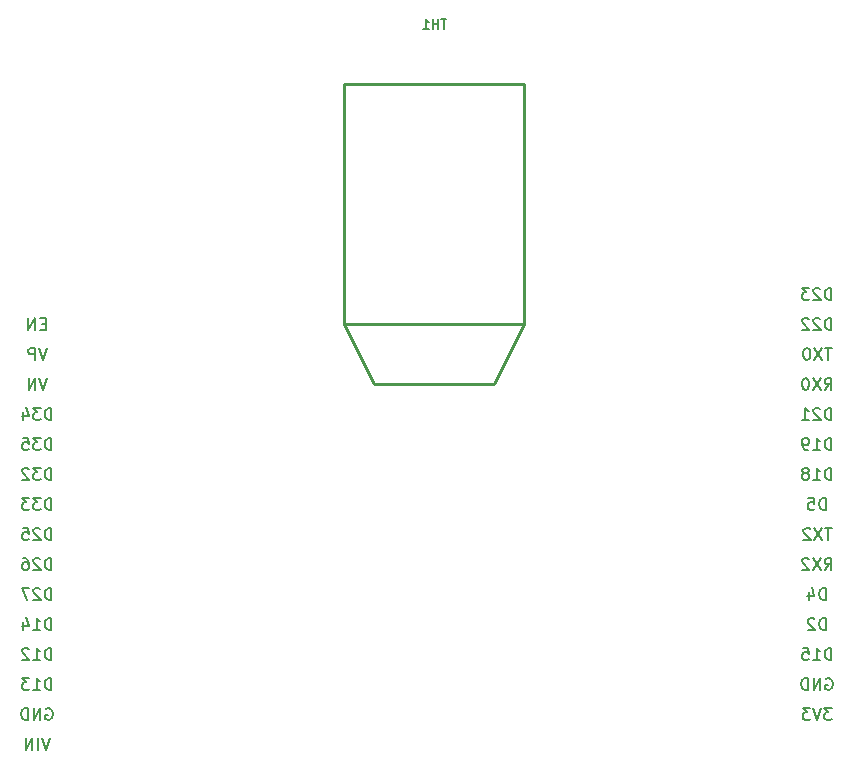
<source format=gbo>
G04 #@! TF.GenerationSoftware,KiCad,Pcbnew,(6.0.11-0)*
G04 #@! TF.CreationDate,2023-03-27T16:27:17-06:00*
G04 #@! TF.ProjectId,ESP_PCB,4553505f-5043-4422-9e6b-696361645f70,rev?*
G04 #@! TF.SameCoordinates,Original*
G04 #@! TF.FileFunction,Legend,Bot*
G04 #@! TF.FilePolarity,Positive*
%FSLAX46Y46*%
G04 Gerber Fmt 4.6, Leading zero omitted, Abs format (unit mm)*
G04 Created by KiCad (PCBNEW (6.0.11-0)) date 2023-03-27 16:27:17*
%MOMM*%
%LPD*%
G01*
G04 APERTURE LIST*
%ADD10C,0.150000*%
%ADD11C,0.254000*%
%ADD12C,3.230000*%
%ADD13R,1.700000X1.700000*%
%ADD14O,1.700000X1.700000*%
%ADD15C,2.500000*%
%ADD16C,1.400000*%
%ADD17O,1.400000X1.400000*%
%ADD18C,3.200000*%
%ADD19R,1.524000X1.524000*%
%ADD20C,1.524000*%
%ADD21C,3.000000*%
%ADD22O,1.308000X2.616000*%
G04 APERTURE END LIST*
D10*
X64714285Y-91892380D02*
X64714285Y-90892380D01*
X64476190Y-90892380D01*
X64333333Y-90940000D01*
X64238095Y-91035238D01*
X64190476Y-91130476D01*
X64142857Y-91320952D01*
X64142857Y-91463809D01*
X64190476Y-91654285D01*
X64238095Y-91749523D01*
X64333333Y-91844761D01*
X64476190Y-91892380D01*
X64714285Y-91892380D01*
X63761904Y-90987619D02*
X63714285Y-90940000D01*
X63619047Y-90892380D01*
X63380952Y-90892380D01*
X63285714Y-90940000D01*
X63238095Y-90987619D01*
X63190476Y-91082857D01*
X63190476Y-91178095D01*
X63238095Y-91320952D01*
X63809523Y-91892380D01*
X63190476Y-91892380D01*
X62333333Y-90892380D02*
X62523809Y-90892380D01*
X62619047Y-90940000D01*
X62666666Y-90987619D01*
X62761904Y-91130476D01*
X62809523Y-91320952D01*
X62809523Y-91701904D01*
X62761904Y-91797142D01*
X62714285Y-91844761D01*
X62619047Y-91892380D01*
X62428571Y-91892380D01*
X62333333Y-91844761D01*
X62285714Y-91797142D01*
X62238095Y-91701904D01*
X62238095Y-91463809D01*
X62285714Y-91368571D01*
X62333333Y-91320952D01*
X62428571Y-91273333D01*
X62619047Y-91273333D01*
X62714285Y-91320952D01*
X62761904Y-91368571D01*
X62809523Y-91463809D01*
X130754285Y-84272380D02*
X130754285Y-83272380D01*
X130516190Y-83272380D01*
X130373333Y-83320000D01*
X130278095Y-83415238D01*
X130230476Y-83510476D01*
X130182857Y-83700952D01*
X130182857Y-83843809D01*
X130230476Y-84034285D01*
X130278095Y-84129523D01*
X130373333Y-84224761D01*
X130516190Y-84272380D01*
X130754285Y-84272380D01*
X129230476Y-84272380D02*
X129801904Y-84272380D01*
X129516190Y-84272380D02*
X129516190Y-83272380D01*
X129611428Y-83415238D01*
X129706666Y-83510476D01*
X129801904Y-83558095D01*
X128659047Y-83700952D02*
X128754285Y-83653333D01*
X128801904Y-83605714D01*
X128849523Y-83510476D01*
X128849523Y-83462857D01*
X128801904Y-83367619D01*
X128754285Y-83320000D01*
X128659047Y-83272380D01*
X128468571Y-83272380D01*
X128373333Y-83320000D01*
X128325714Y-83367619D01*
X128278095Y-83462857D01*
X128278095Y-83510476D01*
X128325714Y-83605714D01*
X128373333Y-83653333D01*
X128468571Y-83700952D01*
X128659047Y-83700952D01*
X128754285Y-83748571D01*
X128801904Y-83796190D01*
X128849523Y-83891428D01*
X128849523Y-84081904D01*
X128801904Y-84177142D01*
X128754285Y-84224761D01*
X128659047Y-84272380D01*
X128468571Y-84272380D01*
X128373333Y-84224761D01*
X128325714Y-84177142D01*
X128278095Y-84081904D01*
X128278095Y-83891428D01*
X128325714Y-83796190D01*
X128373333Y-83748571D01*
X128468571Y-83700952D01*
X130754285Y-81732380D02*
X130754285Y-80732380D01*
X130516190Y-80732380D01*
X130373333Y-80780000D01*
X130278095Y-80875238D01*
X130230476Y-80970476D01*
X130182857Y-81160952D01*
X130182857Y-81303809D01*
X130230476Y-81494285D01*
X130278095Y-81589523D01*
X130373333Y-81684761D01*
X130516190Y-81732380D01*
X130754285Y-81732380D01*
X129230476Y-81732380D02*
X129801904Y-81732380D01*
X129516190Y-81732380D02*
X129516190Y-80732380D01*
X129611428Y-80875238D01*
X129706666Y-80970476D01*
X129801904Y-81018095D01*
X128754285Y-81732380D02*
X128563809Y-81732380D01*
X128468571Y-81684761D01*
X128420952Y-81637142D01*
X128325714Y-81494285D01*
X128278095Y-81303809D01*
X128278095Y-80922857D01*
X128325714Y-80827619D01*
X128373333Y-80780000D01*
X128468571Y-80732380D01*
X128659047Y-80732380D01*
X128754285Y-80780000D01*
X128801904Y-80827619D01*
X128849523Y-80922857D01*
X128849523Y-81160952D01*
X128801904Y-81256190D01*
X128754285Y-81303809D01*
X128659047Y-81351428D01*
X128468571Y-81351428D01*
X128373333Y-81303809D01*
X128325714Y-81256190D01*
X128278095Y-81160952D01*
X64238095Y-71048571D02*
X63904761Y-71048571D01*
X63761904Y-71572380D02*
X64238095Y-71572380D01*
X64238095Y-70572380D01*
X63761904Y-70572380D01*
X63333333Y-71572380D02*
X63333333Y-70572380D01*
X62761904Y-71572380D01*
X62761904Y-70572380D01*
X64714285Y-102052380D02*
X64714285Y-101052380D01*
X64476190Y-101052380D01*
X64333333Y-101100000D01*
X64238095Y-101195238D01*
X64190476Y-101290476D01*
X64142857Y-101480952D01*
X64142857Y-101623809D01*
X64190476Y-101814285D01*
X64238095Y-101909523D01*
X64333333Y-102004761D01*
X64476190Y-102052380D01*
X64714285Y-102052380D01*
X63190476Y-102052380D02*
X63761904Y-102052380D01*
X63476190Y-102052380D02*
X63476190Y-101052380D01*
X63571428Y-101195238D01*
X63666666Y-101290476D01*
X63761904Y-101338095D01*
X62857142Y-101052380D02*
X62238095Y-101052380D01*
X62571428Y-101433333D01*
X62428571Y-101433333D01*
X62333333Y-101480952D01*
X62285714Y-101528571D01*
X62238095Y-101623809D01*
X62238095Y-101861904D01*
X62285714Y-101957142D01*
X62333333Y-102004761D01*
X62428571Y-102052380D01*
X62714285Y-102052380D01*
X62809523Y-102004761D01*
X62857142Y-101957142D01*
X64261904Y-103640000D02*
X64357142Y-103592380D01*
X64500000Y-103592380D01*
X64642857Y-103640000D01*
X64738095Y-103735238D01*
X64785714Y-103830476D01*
X64833333Y-104020952D01*
X64833333Y-104163809D01*
X64785714Y-104354285D01*
X64738095Y-104449523D01*
X64642857Y-104544761D01*
X64500000Y-104592380D01*
X64404761Y-104592380D01*
X64261904Y-104544761D01*
X64214285Y-104497142D01*
X64214285Y-104163809D01*
X64404761Y-104163809D01*
X63785714Y-104592380D02*
X63785714Y-103592380D01*
X63214285Y-104592380D01*
X63214285Y-103592380D01*
X62738095Y-104592380D02*
X62738095Y-103592380D01*
X62500000Y-103592380D01*
X62357142Y-103640000D01*
X62261904Y-103735238D01*
X62214285Y-103830476D01*
X62166666Y-104020952D01*
X62166666Y-104163809D01*
X62214285Y-104354285D01*
X62261904Y-104449523D01*
X62357142Y-104544761D01*
X62500000Y-104592380D01*
X62738095Y-104592380D01*
X64714285Y-96972380D02*
X64714285Y-95972380D01*
X64476190Y-95972380D01*
X64333333Y-96020000D01*
X64238095Y-96115238D01*
X64190476Y-96210476D01*
X64142857Y-96400952D01*
X64142857Y-96543809D01*
X64190476Y-96734285D01*
X64238095Y-96829523D01*
X64333333Y-96924761D01*
X64476190Y-96972380D01*
X64714285Y-96972380D01*
X63190476Y-96972380D02*
X63761904Y-96972380D01*
X63476190Y-96972380D02*
X63476190Y-95972380D01*
X63571428Y-96115238D01*
X63666666Y-96210476D01*
X63761904Y-96258095D01*
X62333333Y-96305714D02*
X62333333Y-96972380D01*
X62571428Y-95924761D02*
X62809523Y-96639047D01*
X62190476Y-96639047D01*
X130754285Y-79192380D02*
X130754285Y-78192380D01*
X130516190Y-78192380D01*
X130373333Y-78240000D01*
X130278095Y-78335238D01*
X130230476Y-78430476D01*
X130182857Y-78620952D01*
X130182857Y-78763809D01*
X130230476Y-78954285D01*
X130278095Y-79049523D01*
X130373333Y-79144761D01*
X130516190Y-79192380D01*
X130754285Y-79192380D01*
X129801904Y-78287619D02*
X129754285Y-78240000D01*
X129659047Y-78192380D01*
X129420952Y-78192380D01*
X129325714Y-78240000D01*
X129278095Y-78287619D01*
X129230476Y-78382857D01*
X129230476Y-78478095D01*
X129278095Y-78620952D01*
X129849523Y-79192380D01*
X129230476Y-79192380D01*
X128278095Y-79192380D02*
X128849523Y-79192380D01*
X128563809Y-79192380D02*
X128563809Y-78192380D01*
X128659047Y-78335238D01*
X128754285Y-78430476D01*
X128849523Y-78478095D01*
X130278095Y-96972380D02*
X130278095Y-95972380D01*
X130040000Y-95972380D01*
X129897142Y-96020000D01*
X129801904Y-96115238D01*
X129754285Y-96210476D01*
X129706666Y-96400952D01*
X129706666Y-96543809D01*
X129754285Y-96734285D01*
X129801904Y-96829523D01*
X129897142Y-96924761D01*
X130040000Y-96972380D01*
X130278095Y-96972380D01*
X129325714Y-96067619D02*
X129278095Y-96020000D01*
X129182857Y-95972380D01*
X128944761Y-95972380D01*
X128849523Y-96020000D01*
X128801904Y-96067619D01*
X128754285Y-96162857D01*
X128754285Y-96258095D01*
X128801904Y-96400952D01*
X129373333Y-96972380D01*
X128754285Y-96972380D01*
X64714285Y-86812380D02*
X64714285Y-85812380D01*
X64476190Y-85812380D01*
X64333333Y-85860000D01*
X64238095Y-85955238D01*
X64190476Y-86050476D01*
X64142857Y-86240952D01*
X64142857Y-86383809D01*
X64190476Y-86574285D01*
X64238095Y-86669523D01*
X64333333Y-86764761D01*
X64476190Y-86812380D01*
X64714285Y-86812380D01*
X63809523Y-85812380D02*
X63190476Y-85812380D01*
X63523809Y-86193333D01*
X63380952Y-86193333D01*
X63285714Y-86240952D01*
X63238095Y-86288571D01*
X63190476Y-86383809D01*
X63190476Y-86621904D01*
X63238095Y-86717142D01*
X63285714Y-86764761D01*
X63380952Y-86812380D01*
X63666666Y-86812380D01*
X63761904Y-86764761D01*
X63809523Y-86717142D01*
X62857142Y-85812380D02*
X62238095Y-85812380D01*
X62571428Y-86193333D01*
X62428571Y-86193333D01*
X62333333Y-86240952D01*
X62285714Y-86288571D01*
X62238095Y-86383809D01*
X62238095Y-86621904D01*
X62285714Y-86717142D01*
X62333333Y-86764761D01*
X62428571Y-86812380D01*
X62714285Y-86812380D01*
X62809523Y-86764761D01*
X62857142Y-86717142D01*
X130278095Y-86812380D02*
X130278095Y-85812380D01*
X130040000Y-85812380D01*
X129897142Y-85860000D01*
X129801904Y-85955238D01*
X129754285Y-86050476D01*
X129706666Y-86240952D01*
X129706666Y-86383809D01*
X129754285Y-86574285D01*
X129801904Y-86669523D01*
X129897142Y-86764761D01*
X130040000Y-86812380D01*
X130278095Y-86812380D01*
X128801904Y-85812380D02*
X129278095Y-85812380D01*
X129325714Y-86288571D01*
X129278095Y-86240952D01*
X129182857Y-86193333D01*
X128944761Y-86193333D01*
X128849523Y-86240952D01*
X128801904Y-86288571D01*
X128754285Y-86383809D01*
X128754285Y-86621904D01*
X128801904Y-86717142D01*
X128849523Y-86764761D01*
X128944761Y-86812380D01*
X129182857Y-86812380D01*
X129278095Y-86764761D01*
X129325714Y-86717142D01*
X64714285Y-94432380D02*
X64714285Y-93432380D01*
X64476190Y-93432380D01*
X64333333Y-93480000D01*
X64238095Y-93575238D01*
X64190476Y-93670476D01*
X64142857Y-93860952D01*
X64142857Y-94003809D01*
X64190476Y-94194285D01*
X64238095Y-94289523D01*
X64333333Y-94384761D01*
X64476190Y-94432380D01*
X64714285Y-94432380D01*
X63761904Y-93527619D02*
X63714285Y-93480000D01*
X63619047Y-93432380D01*
X63380952Y-93432380D01*
X63285714Y-93480000D01*
X63238095Y-93527619D01*
X63190476Y-93622857D01*
X63190476Y-93718095D01*
X63238095Y-93860952D01*
X63809523Y-94432380D01*
X63190476Y-94432380D01*
X62857142Y-93432380D02*
X62190476Y-93432380D01*
X62619047Y-94432380D01*
X130754285Y-71572380D02*
X130754285Y-70572380D01*
X130516190Y-70572380D01*
X130373333Y-70620000D01*
X130278095Y-70715238D01*
X130230476Y-70810476D01*
X130182857Y-71000952D01*
X130182857Y-71143809D01*
X130230476Y-71334285D01*
X130278095Y-71429523D01*
X130373333Y-71524761D01*
X130516190Y-71572380D01*
X130754285Y-71572380D01*
X129801904Y-70667619D02*
X129754285Y-70620000D01*
X129659047Y-70572380D01*
X129420952Y-70572380D01*
X129325714Y-70620000D01*
X129278095Y-70667619D01*
X129230476Y-70762857D01*
X129230476Y-70858095D01*
X129278095Y-71000952D01*
X129849523Y-71572380D01*
X129230476Y-71572380D01*
X128849523Y-70667619D02*
X128801904Y-70620000D01*
X128706666Y-70572380D01*
X128468571Y-70572380D01*
X128373333Y-70620000D01*
X128325714Y-70667619D01*
X128278095Y-70762857D01*
X128278095Y-70858095D01*
X128325714Y-71000952D01*
X128897142Y-71572380D01*
X128278095Y-71572380D01*
X130754285Y-99512380D02*
X130754285Y-98512380D01*
X130516190Y-98512380D01*
X130373333Y-98560000D01*
X130278095Y-98655238D01*
X130230476Y-98750476D01*
X130182857Y-98940952D01*
X130182857Y-99083809D01*
X130230476Y-99274285D01*
X130278095Y-99369523D01*
X130373333Y-99464761D01*
X130516190Y-99512380D01*
X130754285Y-99512380D01*
X129230476Y-99512380D02*
X129801904Y-99512380D01*
X129516190Y-99512380D02*
X129516190Y-98512380D01*
X129611428Y-98655238D01*
X129706666Y-98750476D01*
X129801904Y-98798095D01*
X128325714Y-98512380D02*
X128801904Y-98512380D01*
X128849523Y-98988571D01*
X128801904Y-98940952D01*
X128706666Y-98893333D01*
X128468571Y-98893333D01*
X128373333Y-98940952D01*
X128325714Y-98988571D01*
X128278095Y-99083809D01*
X128278095Y-99321904D01*
X128325714Y-99417142D01*
X128373333Y-99464761D01*
X128468571Y-99512380D01*
X128706666Y-99512380D01*
X128801904Y-99464761D01*
X128849523Y-99417142D01*
X64714285Y-81732380D02*
X64714285Y-80732380D01*
X64476190Y-80732380D01*
X64333333Y-80780000D01*
X64238095Y-80875238D01*
X64190476Y-80970476D01*
X64142857Y-81160952D01*
X64142857Y-81303809D01*
X64190476Y-81494285D01*
X64238095Y-81589523D01*
X64333333Y-81684761D01*
X64476190Y-81732380D01*
X64714285Y-81732380D01*
X63809523Y-80732380D02*
X63190476Y-80732380D01*
X63523809Y-81113333D01*
X63380952Y-81113333D01*
X63285714Y-81160952D01*
X63238095Y-81208571D01*
X63190476Y-81303809D01*
X63190476Y-81541904D01*
X63238095Y-81637142D01*
X63285714Y-81684761D01*
X63380952Y-81732380D01*
X63666666Y-81732380D01*
X63761904Y-81684761D01*
X63809523Y-81637142D01*
X62285714Y-80732380D02*
X62761904Y-80732380D01*
X62809523Y-81208571D01*
X62761904Y-81160952D01*
X62666666Y-81113333D01*
X62428571Y-81113333D01*
X62333333Y-81160952D01*
X62285714Y-81208571D01*
X62238095Y-81303809D01*
X62238095Y-81541904D01*
X62285714Y-81637142D01*
X62333333Y-81684761D01*
X62428571Y-81732380D01*
X62666666Y-81732380D01*
X62761904Y-81684761D01*
X62809523Y-81637142D01*
X64714285Y-84272380D02*
X64714285Y-83272380D01*
X64476190Y-83272380D01*
X64333333Y-83320000D01*
X64238095Y-83415238D01*
X64190476Y-83510476D01*
X64142857Y-83700952D01*
X64142857Y-83843809D01*
X64190476Y-84034285D01*
X64238095Y-84129523D01*
X64333333Y-84224761D01*
X64476190Y-84272380D01*
X64714285Y-84272380D01*
X63809523Y-83272380D02*
X63190476Y-83272380D01*
X63523809Y-83653333D01*
X63380952Y-83653333D01*
X63285714Y-83700952D01*
X63238095Y-83748571D01*
X63190476Y-83843809D01*
X63190476Y-84081904D01*
X63238095Y-84177142D01*
X63285714Y-84224761D01*
X63380952Y-84272380D01*
X63666666Y-84272380D01*
X63761904Y-84224761D01*
X63809523Y-84177142D01*
X62809523Y-83367619D02*
X62761904Y-83320000D01*
X62666666Y-83272380D01*
X62428571Y-83272380D01*
X62333333Y-83320000D01*
X62285714Y-83367619D01*
X62238095Y-83462857D01*
X62238095Y-83558095D01*
X62285714Y-83700952D01*
X62857142Y-84272380D01*
X62238095Y-84272380D01*
X130778095Y-103592380D02*
X130159047Y-103592380D01*
X130492380Y-103973333D01*
X130349523Y-103973333D01*
X130254285Y-104020952D01*
X130206666Y-104068571D01*
X130159047Y-104163809D01*
X130159047Y-104401904D01*
X130206666Y-104497142D01*
X130254285Y-104544761D01*
X130349523Y-104592380D01*
X130635238Y-104592380D01*
X130730476Y-104544761D01*
X130778095Y-104497142D01*
X129873333Y-103592380D02*
X129540000Y-104592380D01*
X129206666Y-103592380D01*
X128968571Y-103592380D02*
X128349523Y-103592380D01*
X128682857Y-103973333D01*
X128540000Y-103973333D01*
X128444761Y-104020952D01*
X128397142Y-104068571D01*
X128349523Y-104163809D01*
X128349523Y-104401904D01*
X128397142Y-104497142D01*
X128444761Y-104544761D01*
X128540000Y-104592380D01*
X128825714Y-104592380D01*
X128920952Y-104544761D01*
X128968571Y-104497142D01*
X64714285Y-79192380D02*
X64714285Y-78192380D01*
X64476190Y-78192380D01*
X64333333Y-78240000D01*
X64238095Y-78335238D01*
X64190476Y-78430476D01*
X64142857Y-78620952D01*
X64142857Y-78763809D01*
X64190476Y-78954285D01*
X64238095Y-79049523D01*
X64333333Y-79144761D01*
X64476190Y-79192380D01*
X64714285Y-79192380D01*
X63809523Y-78192380D02*
X63190476Y-78192380D01*
X63523809Y-78573333D01*
X63380952Y-78573333D01*
X63285714Y-78620952D01*
X63238095Y-78668571D01*
X63190476Y-78763809D01*
X63190476Y-79001904D01*
X63238095Y-79097142D01*
X63285714Y-79144761D01*
X63380952Y-79192380D01*
X63666666Y-79192380D01*
X63761904Y-79144761D01*
X63809523Y-79097142D01*
X62333333Y-78525714D02*
X62333333Y-79192380D01*
X62571428Y-78144761D02*
X62809523Y-78859047D01*
X62190476Y-78859047D01*
X130182857Y-76652380D02*
X130516190Y-76176190D01*
X130754285Y-76652380D02*
X130754285Y-75652380D01*
X130373333Y-75652380D01*
X130278095Y-75700000D01*
X130230476Y-75747619D01*
X130182857Y-75842857D01*
X130182857Y-75985714D01*
X130230476Y-76080952D01*
X130278095Y-76128571D01*
X130373333Y-76176190D01*
X130754285Y-76176190D01*
X129849523Y-75652380D02*
X129182857Y-76652380D01*
X129182857Y-75652380D02*
X129849523Y-76652380D01*
X128611428Y-75652380D02*
X128516190Y-75652380D01*
X128420952Y-75700000D01*
X128373333Y-75747619D01*
X128325714Y-75842857D01*
X128278095Y-76033333D01*
X128278095Y-76271428D01*
X128325714Y-76461904D01*
X128373333Y-76557142D01*
X128420952Y-76604761D01*
X128516190Y-76652380D01*
X128611428Y-76652380D01*
X128706666Y-76604761D01*
X128754285Y-76557142D01*
X128801904Y-76461904D01*
X128849523Y-76271428D01*
X128849523Y-76033333D01*
X128801904Y-75842857D01*
X128754285Y-75747619D01*
X128706666Y-75700000D01*
X128611428Y-75652380D01*
X64595238Y-106132380D02*
X64261904Y-107132380D01*
X63928571Y-106132380D01*
X63595238Y-107132380D02*
X63595238Y-106132380D01*
X63119047Y-107132380D02*
X63119047Y-106132380D01*
X62547619Y-107132380D01*
X62547619Y-106132380D01*
X64333333Y-73112380D02*
X64000000Y-74112380D01*
X63666666Y-73112380D01*
X63333333Y-74112380D02*
X63333333Y-73112380D01*
X62952380Y-73112380D01*
X62857142Y-73160000D01*
X62809523Y-73207619D01*
X62761904Y-73302857D01*
X62761904Y-73445714D01*
X62809523Y-73540952D01*
X62857142Y-73588571D01*
X62952380Y-73636190D01*
X63333333Y-73636190D01*
X130182857Y-91892380D02*
X130516190Y-91416190D01*
X130754285Y-91892380D02*
X130754285Y-90892380D01*
X130373333Y-90892380D01*
X130278095Y-90940000D01*
X130230476Y-90987619D01*
X130182857Y-91082857D01*
X130182857Y-91225714D01*
X130230476Y-91320952D01*
X130278095Y-91368571D01*
X130373333Y-91416190D01*
X130754285Y-91416190D01*
X129849523Y-90892380D02*
X129182857Y-91892380D01*
X129182857Y-90892380D02*
X129849523Y-91892380D01*
X128849523Y-90987619D02*
X128801904Y-90940000D01*
X128706666Y-90892380D01*
X128468571Y-90892380D01*
X128373333Y-90940000D01*
X128325714Y-90987619D01*
X128278095Y-91082857D01*
X128278095Y-91178095D01*
X128325714Y-91320952D01*
X128897142Y-91892380D01*
X128278095Y-91892380D01*
X130778095Y-88352380D02*
X130206666Y-88352380D01*
X130492380Y-89352380D02*
X130492380Y-88352380D01*
X129968571Y-88352380D02*
X129301904Y-89352380D01*
X129301904Y-88352380D02*
X129968571Y-89352380D01*
X128968571Y-88447619D02*
X128920952Y-88400000D01*
X128825714Y-88352380D01*
X128587619Y-88352380D01*
X128492380Y-88400000D01*
X128444761Y-88447619D01*
X128397142Y-88542857D01*
X128397142Y-88638095D01*
X128444761Y-88780952D01*
X129016190Y-89352380D01*
X128397142Y-89352380D01*
X64714285Y-99512380D02*
X64714285Y-98512380D01*
X64476190Y-98512380D01*
X64333333Y-98560000D01*
X64238095Y-98655238D01*
X64190476Y-98750476D01*
X64142857Y-98940952D01*
X64142857Y-99083809D01*
X64190476Y-99274285D01*
X64238095Y-99369523D01*
X64333333Y-99464761D01*
X64476190Y-99512380D01*
X64714285Y-99512380D01*
X63190476Y-99512380D02*
X63761904Y-99512380D01*
X63476190Y-99512380D02*
X63476190Y-98512380D01*
X63571428Y-98655238D01*
X63666666Y-98750476D01*
X63761904Y-98798095D01*
X62809523Y-98607619D02*
X62761904Y-98560000D01*
X62666666Y-98512380D01*
X62428571Y-98512380D01*
X62333333Y-98560000D01*
X62285714Y-98607619D01*
X62238095Y-98702857D01*
X62238095Y-98798095D01*
X62285714Y-98940952D01*
X62857142Y-99512380D01*
X62238095Y-99512380D01*
X130778095Y-73112380D02*
X130206666Y-73112380D01*
X130492380Y-74112380D02*
X130492380Y-73112380D01*
X129968571Y-73112380D02*
X129301904Y-74112380D01*
X129301904Y-73112380D02*
X129968571Y-74112380D01*
X128730476Y-73112380D02*
X128635238Y-73112380D01*
X128540000Y-73160000D01*
X128492380Y-73207619D01*
X128444761Y-73302857D01*
X128397142Y-73493333D01*
X128397142Y-73731428D01*
X128444761Y-73921904D01*
X128492380Y-74017142D01*
X128540000Y-74064761D01*
X128635238Y-74112380D01*
X128730476Y-74112380D01*
X128825714Y-74064761D01*
X128873333Y-74017142D01*
X128920952Y-73921904D01*
X128968571Y-73731428D01*
X128968571Y-73493333D01*
X128920952Y-73302857D01*
X128873333Y-73207619D01*
X128825714Y-73160000D01*
X128730476Y-73112380D01*
X130754285Y-69032380D02*
X130754285Y-68032380D01*
X130516190Y-68032380D01*
X130373333Y-68080000D01*
X130278095Y-68175238D01*
X130230476Y-68270476D01*
X130182857Y-68460952D01*
X130182857Y-68603809D01*
X130230476Y-68794285D01*
X130278095Y-68889523D01*
X130373333Y-68984761D01*
X130516190Y-69032380D01*
X130754285Y-69032380D01*
X129801904Y-68127619D02*
X129754285Y-68080000D01*
X129659047Y-68032380D01*
X129420952Y-68032380D01*
X129325714Y-68080000D01*
X129278095Y-68127619D01*
X129230476Y-68222857D01*
X129230476Y-68318095D01*
X129278095Y-68460952D01*
X129849523Y-69032380D01*
X129230476Y-69032380D01*
X128897142Y-68032380D02*
X128278095Y-68032380D01*
X128611428Y-68413333D01*
X128468571Y-68413333D01*
X128373333Y-68460952D01*
X128325714Y-68508571D01*
X128278095Y-68603809D01*
X128278095Y-68841904D01*
X128325714Y-68937142D01*
X128373333Y-68984761D01*
X128468571Y-69032380D01*
X128754285Y-69032380D01*
X128849523Y-68984761D01*
X128897142Y-68937142D01*
X64357142Y-75652380D02*
X64023809Y-76652380D01*
X63690476Y-75652380D01*
X63357142Y-76652380D02*
X63357142Y-75652380D01*
X62785714Y-76652380D01*
X62785714Y-75652380D01*
X130301904Y-101100000D02*
X130397142Y-101052380D01*
X130540000Y-101052380D01*
X130682857Y-101100000D01*
X130778095Y-101195238D01*
X130825714Y-101290476D01*
X130873333Y-101480952D01*
X130873333Y-101623809D01*
X130825714Y-101814285D01*
X130778095Y-101909523D01*
X130682857Y-102004761D01*
X130540000Y-102052380D01*
X130444761Y-102052380D01*
X130301904Y-102004761D01*
X130254285Y-101957142D01*
X130254285Y-101623809D01*
X130444761Y-101623809D01*
X129825714Y-102052380D02*
X129825714Y-101052380D01*
X129254285Y-102052380D01*
X129254285Y-101052380D01*
X128778095Y-102052380D02*
X128778095Y-101052380D01*
X128540000Y-101052380D01*
X128397142Y-101100000D01*
X128301904Y-101195238D01*
X128254285Y-101290476D01*
X128206666Y-101480952D01*
X128206666Y-101623809D01*
X128254285Y-101814285D01*
X128301904Y-101909523D01*
X128397142Y-102004761D01*
X128540000Y-102052380D01*
X128778095Y-102052380D01*
X130278095Y-94432380D02*
X130278095Y-93432380D01*
X130040000Y-93432380D01*
X129897142Y-93480000D01*
X129801904Y-93575238D01*
X129754285Y-93670476D01*
X129706666Y-93860952D01*
X129706666Y-94003809D01*
X129754285Y-94194285D01*
X129801904Y-94289523D01*
X129897142Y-94384761D01*
X130040000Y-94432380D01*
X130278095Y-94432380D01*
X128849523Y-93765714D02*
X128849523Y-94432380D01*
X129087619Y-93384761D02*
X129325714Y-94099047D01*
X128706666Y-94099047D01*
X64714285Y-89352380D02*
X64714285Y-88352380D01*
X64476190Y-88352380D01*
X64333333Y-88400000D01*
X64238095Y-88495238D01*
X64190476Y-88590476D01*
X64142857Y-88780952D01*
X64142857Y-88923809D01*
X64190476Y-89114285D01*
X64238095Y-89209523D01*
X64333333Y-89304761D01*
X64476190Y-89352380D01*
X64714285Y-89352380D01*
X63761904Y-88447619D02*
X63714285Y-88400000D01*
X63619047Y-88352380D01*
X63380952Y-88352380D01*
X63285714Y-88400000D01*
X63238095Y-88447619D01*
X63190476Y-88542857D01*
X63190476Y-88638095D01*
X63238095Y-88780952D01*
X63809523Y-89352380D01*
X63190476Y-89352380D01*
X62285714Y-88352380D02*
X62761904Y-88352380D01*
X62809523Y-88828571D01*
X62761904Y-88780952D01*
X62666666Y-88733333D01*
X62428571Y-88733333D01*
X62333333Y-88780952D01*
X62285714Y-88828571D01*
X62238095Y-88923809D01*
X62238095Y-89161904D01*
X62285714Y-89257142D01*
X62333333Y-89304761D01*
X62428571Y-89352380D01*
X62666666Y-89352380D01*
X62761904Y-89304761D01*
X62809523Y-89257142D01*
X98167374Y-45288803D02*
X97717430Y-45288803D01*
X97942402Y-46076205D02*
X97942402Y-45288803D01*
X97454962Y-46076205D02*
X97454962Y-45288803D01*
X97454962Y-45663757D02*
X97005018Y-45663757D01*
X97005018Y-46076205D02*
X97005018Y-45288803D01*
X96217616Y-46076205D02*
X96667560Y-46076205D01*
X96442588Y-46076205D02*
X96442588Y-45288803D01*
X96517579Y-45401289D01*
X96592570Y-45476280D01*
X96667560Y-45513775D01*
D11*
X97155000Y-50800000D02*
X89535000Y-50800000D01*
X104775000Y-50800000D02*
X97155000Y-50800000D01*
X104775000Y-50800000D02*
X104775000Y-71120000D01*
X89535000Y-50800000D02*
X89535000Y-71120000D01*
X89535000Y-71120000D02*
X92075000Y-76200000D01*
X102235000Y-76200000D02*
X104775000Y-71120000D01*
X89535000Y-71120000D02*
X104775000Y-71120000D01*
X92075000Y-76200000D02*
X102235000Y-76200000D01*
%LPC*%
D12*
X149900000Y-96480000D03*
D13*
X134645000Y-68610000D03*
D14*
X134645000Y-71150000D03*
X134645000Y-73690000D03*
X134645000Y-76230000D03*
X134645000Y-78770000D03*
X134645000Y-81310000D03*
X134645000Y-83850000D03*
X134645000Y-86390000D03*
X134645000Y-88930000D03*
X134645000Y-91470000D03*
X134645000Y-94010000D03*
X134645000Y-96550000D03*
X134645000Y-99090000D03*
X134645000Y-101630000D03*
X134645000Y-104170000D03*
D15*
X147400000Y-45680000D03*
X147400000Y-134620000D03*
X53420000Y-134580000D03*
D16*
X92710000Y-63500000D03*
D17*
X100330000Y-63500000D03*
D18*
X53420000Y-45840000D03*
D19*
X83820000Y-83820000D03*
D20*
X83820000Y-86360000D03*
X83820000Y-88900000D03*
X83820000Y-91440000D03*
X83820000Y-93980000D03*
X83820000Y-96520000D03*
X83820000Y-99060000D03*
X83820000Y-101600000D03*
X83820000Y-104140000D03*
X83820000Y-106680000D03*
X83820000Y-109220000D03*
X83820000Y-111760000D03*
X83820000Y-114300000D03*
X83820000Y-116840000D03*
X83820000Y-119380000D03*
X109220000Y-119380000D03*
X109220000Y-116840000D03*
X109220000Y-114300000D03*
X109220000Y-111760000D03*
X109220000Y-109220000D03*
X109220000Y-106680000D03*
X109220000Y-104140000D03*
X109220000Y-101600000D03*
X109220000Y-99060000D03*
X109220000Y-96520000D03*
X109220000Y-93980000D03*
X109220000Y-91440000D03*
X109220000Y-88900000D03*
X109220000Y-86360000D03*
X109220000Y-83820000D03*
D12*
X149900000Y-66040000D03*
D13*
X73660000Y-83820000D03*
D14*
X73660000Y-86360000D03*
X73660000Y-88900000D03*
X73660000Y-91440000D03*
X73660000Y-93980000D03*
X73660000Y-96520000D03*
X73660000Y-99060000D03*
X73660000Y-101600000D03*
X73660000Y-104140000D03*
X73660000Y-106680000D03*
X73660000Y-109220000D03*
X73660000Y-111760000D03*
X73660000Y-114300000D03*
X73660000Y-116840000D03*
X73660000Y-119380000D03*
D13*
X119380000Y-83820000D03*
D14*
X119380000Y-86360000D03*
X119380000Y-88900000D03*
X119380000Y-91440000D03*
X119380000Y-93980000D03*
X119380000Y-96520000D03*
X119380000Y-99060000D03*
X119380000Y-101600000D03*
X119380000Y-104140000D03*
X119380000Y-106680000D03*
X119380000Y-109220000D03*
X119380000Y-111760000D03*
X119380000Y-114300000D03*
X119380000Y-116840000D03*
X119380000Y-119380000D03*
D13*
X59740000Y-71180000D03*
D14*
X59740000Y-73720000D03*
X59740000Y-76260000D03*
X59740000Y-78800000D03*
X59740000Y-81340000D03*
X59740000Y-83880000D03*
X59740000Y-86420000D03*
X59740000Y-88960000D03*
X59740000Y-91500000D03*
X59740000Y-94040000D03*
X59740000Y-96580000D03*
X59740000Y-99120000D03*
X59740000Y-101660000D03*
X59740000Y-104200000D03*
X59740000Y-106740000D03*
D21*
X97155000Y-73025000D03*
D22*
X100965000Y-48260000D03*
X98425000Y-48260000D03*
X95885000Y-48260000D03*
X93345000Y-48260000D03*
M02*

</source>
